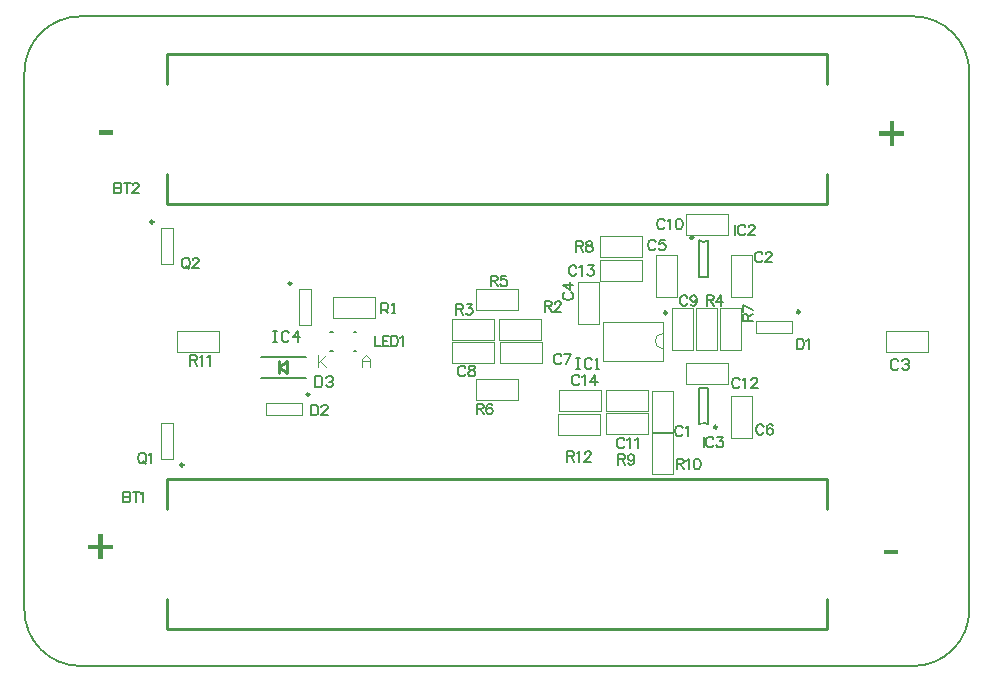
<source format=gto>
G04*
G04 #@! TF.GenerationSoftware,Altium Limited,CircuitStudio,1.5.2 (30)*
G04*
G04 Layer_Color=15065295*
%FSLAX25Y25*%
%MOIN*%
G70*
G01*
G75*
%ADD21C,0.00500*%
%ADD28C,0.00984*%
%ADD29C,0.00787*%
%ADD30C,0.00394*%
%ADD31C,0.01000*%
%ADD32C,0.00400*%
G36*
X127953Y275443D02*
X123161D01*
Y276992D01*
X127953D01*
Y275443D01*
D02*
G37*
G36*
X124527Y138832D02*
X127953D01*
Y137392D01*
X124527D01*
Y133930D01*
X123070D01*
Y137392D01*
X119644D01*
Y138832D01*
X123070D01*
Y142257D01*
X124527D01*
Y138832D01*
D02*
G37*
G36*
X388307Y276627D02*
X391732D01*
Y275187D01*
X388307D01*
Y271726D01*
X386849D01*
Y275187D01*
X383424D01*
Y276627D01*
X386849D01*
Y280052D01*
X388307D01*
Y276627D01*
D02*
G37*
G36*
X389764Y135679D02*
X384972D01*
Y137228D01*
X389764D01*
Y135679D01*
D02*
G37*
D21*
X208268Y203543D02*
X209055D01*
X200394D02*
X201181D01*
X208268Y209842D02*
X209055D01*
X200394D02*
X201181D01*
X177425Y201425D02*
X192425D01*
X177425Y194425D02*
X192425D01*
X389734Y200160D02*
X389151Y200743D01*
X387985D01*
X387402Y200160D01*
Y197827D01*
X387985Y197244D01*
X389151D01*
X389734Y197827D01*
X390900Y200160D02*
X391484Y200743D01*
X392650D01*
X393233Y200160D01*
Y199577D01*
X392650Y198994D01*
X392067D01*
X392650D01*
X393233Y198410D01*
Y197827D01*
X392650Y197244D01*
X391484D01*
X390900Y197827D01*
X193925Y185424D02*
Y181925D01*
X195675D01*
X196258Y182508D01*
Y184841D01*
X195675Y185424D01*
X193925D01*
X199757Y181925D02*
X197424D01*
X199757Y184258D01*
Y184841D01*
X199173Y185424D01*
X198007D01*
X197424Y184841D01*
X344925Y178091D02*
X344758Y178425D01*
X344425Y178758D01*
X344092Y178925D01*
X343425D01*
X343092Y178758D01*
X342758Y178425D01*
X342592Y178091D01*
X342425Y177591D01*
Y176758D01*
X342592Y176258D01*
X342758Y175925D01*
X343092Y175592D01*
X343425Y175425D01*
X344092D01*
X344425Y175592D01*
X344758Y175925D01*
X344925Y176258D01*
X347907Y178425D02*
X347741Y178758D01*
X347241Y178925D01*
X346908D01*
X346408Y178758D01*
X346074Y178258D01*
X345908Y177425D01*
Y176592D01*
X346074Y175925D01*
X346408Y175592D01*
X346908Y175425D01*
X347074D01*
X347574Y175592D01*
X347907Y175925D01*
X348074Y176425D01*
Y176592D01*
X347907Y177092D01*
X347574Y177425D01*
X347074Y177591D01*
X346908D01*
X346408Y177425D01*
X346074Y177092D01*
X345908Y176592D01*
X308925Y239591D02*
X308758Y239925D01*
X308425Y240258D01*
X308091Y240424D01*
X307425D01*
X307092Y240258D01*
X306758Y239925D01*
X306592Y239591D01*
X306425Y239091D01*
Y238258D01*
X306592Y237758D01*
X306758Y237425D01*
X307092Y237092D01*
X307425Y236925D01*
X308091D01*
X308425Y237092D01*
X308758Y237425D01*
X308925Y237758D01*
X311907Y240424D02*
X310241D01*
X310074Y238925D01*
X310241Y239091D01*
X310741Y239258D01*
X311241D01*
X311741Y239091D01*
X312074Y238758D01*
X312241Y238258D01*
Y237925D01*
X312074Y237425D01*
X311741Y237092D01*
X311241Y236925D01*
X310741D01*
X310241Y237092D01*
X310074Y237259D01*
X309908Y237592D01*
X344425Y235591D02*
X344258Y235925D01*
X343925Y236258D01*
X343591Y236424D01*
X342925D01*
X342592Y236258D01*
X342259Y235925D01*
X342092Y235591D01*
X341925Y235091D01*
Y234258D01*
X342092Y233758D01*
X342259Y233425D01*
X342592Y233092D01*
X342925Y232925D01*
X343591D01*
X343925Y233092D01*
X344258Y233425D01*
X344425Y233758D01*
X345574Y235591D02*
Y235758D01*
X345741Y236091D01*
X345908Y236258D01*
X346241Y236424D01*
X346907D01*
X347241Y236258D01*
X347407Y236091D01*
X347574Y235758D01*
Y235425D01*
X347407Y235091D01*
X347074Y234592D01*
X345408Y232925D01*
X347741D01*
X151925Y234424D02*
X151592Y234258D01*
X151259Y233925D01*
X151092Y233591D01*
X150925Y233091D01*
Y232258D01*
X151092Y231758D01*
X151259Y231425D01*
X151592Y231092D01*
X151925Y230925D01*
X152592D01*
X152925Y231092D01*
X153258Y231425D01*
X153425Y231758D01*
X153591Y232258D01*
Y233091D01*
X153425Y233591D01*
X153258Y233925D01*
X152925Y234258D01*
X152592Y234424D01*
X151925D01*
X152425Y231592D02*
X153425Y230592D01*
X154574Y233591D02*
Y233758D01*
X154741Y234091D01*
X154908Y234258D01*
X155241Y234424D01*
X155907D01*
X156241Y234258D01*
X156407Y234091D01*
X156574Y233758D01*
Y233425D01*
X156407Y233091D01*
X156074Y232592D01*
X154408Y230925D01*
X156741D01*
X137425Y169424D02*
X137092Y169258D01*
X136758Y168925D01*
X136592Y168591D01*
X136425Y168091D01*
Y167258D01*
X136592Y166758D01*
X136758Y166425D01*
X137092Y166092D01*
X137425Y165925D01*
X138092D01*
X138425Y166092D01*
X138758Y166425D01*
X138925Y166758D01*
X139091Y167258D01*
Y168091D01*
X138925Y168591D01*
X138758Y168925D01*
X138425Y169258D01*
X138092Y169424D01*
X137425D01*
X137925Y166592D02*
X138925Y165592D01*
X139908Y168758D02*
X140241Y168925D01*
X140741Y169424D01*
Y165925D01*
X325787Y221924D02*
Y218425D01*
Y221924D02*
X327287D01*
X327787Y221758D01*
X327954Y221591D01*
X328120Y221258D01*
Y220925D01*
X327954Y220591D01*
X327787Y220425D01*
X327287Y220258D01*
X325787D01*
X326954D02*
X328120Y218425D01*
X330570Y221924D02*
X328903Y219592D01*
X331403D01*
X330570Y221924D02*
Y218425D01*
X242425Y218924D02*
Y215425D01*
Y218924D02*
X243925D01*
X244425Y218758D01*
X244591Y218591D01*
X244758Y218258D01*
Y217925D01*
X244591Y217591D01*
X244425Y217425D01*
X243925Y217258D01*
X242425D01*
X243592D02*
X244758Y215425D01*
X245875Y218924D02*
X247707D01*
X246708Y217591D01*
X247207D01*
X247541Y217425D01*
X247707Y217258D01*
X247874Y216758D01*
Y216425D01*
X247707Y215925D01*
X247374Y215592D01*
X246874Y215425D01*
X246374D01*
X245875Y215592D01*
X245708Y215758D01*
X245541Y216092D01*
X319425Y221091D02*
X319258Y221425D01*
X318925Y221758D01*
X318591Y221924D01*
X317925D01*
X317592Y221758D01*
X317259Y221425D01*
X317092Y221091D01*
X316925Y220591D01*
Y219758D01*
X317092Y219258D01*
X317259Y218925D01*
X317592Y218592D01*
X317925Y218425D01*
X318591D01*
X318925Y218592D01*
X319258Y218925D01*
X319425Y219258D01*
X322574Y220758D02*
X322407Y220258D01*
X322074Y219925D01*
X321574Y219758D01*
X321408D01*
X320908Y219925D01*
X320574Y220258D01*
X320408Y220758D01*
Y220925D01*
X320574Y221425D01*
X320908Y221758D01*
X321408Y221924D01*
X321574D01*
X322074Y221758D01*
X322407Y221425D01*
X322574Y220758D01*
Y219925D01*
X322407Y219092D01*
X322074Y218592D01*
X321574Y218425D01*
X321241D01*
X320741Y218592D01*
X320574Y218925D01*
X245425Y197591D02*
X245258Y197925D01*
X244925Y198258D01*
X244591Y198424D01*
X243925D01*
X243592Y198258D01*
X243259Y197925D01*
X243092Y197591D01*
X242925Y197091D01*
Y196258D01*
X243092Y195758D01*
X243259Y195425D01*
X243592Y195092D01*
X243925Y194925D01*
X244591D01*
X244925Y195092D01*
X245258Y195425D01*
X245425Y195758D01*
X247241Y198424D02*
X246741Y198258D01*
X246574Y197925D01*
Y197591D01*
X246741Y197258D01*
X247074Y197091D01*
X247741Y196925D01*
X248241Y196758D01*
X248574Y196425D01*
X248741Y196092D01*
Y195592D01*
X248574Y195258D01*
X248407Y195092D01*
X247907Y194925D01*
X247241D01*
X246741Y195092D01*
X246574Y195258D01*
X246408Y195592D01*
Y196092D01*
X246574Y196425D01*
X246908Y196758D01*
X247408Y196925D01*
X248074Y197091D01*
X248407Y197258D01*
X248574Y197591D01*
Y197925D01*
X248407Y198258D01*
X247907Y198424D01*
X247241D01*
X271925Y219924D02*
Y216425D01*
Y219924D02*
X273425D01*
X273925Y219758D01*
X274091Y219591D01*
X274258Y219258D01*
Y218925D01*
X274091Y218591D01*
X273925Y218425D01*
X273425Y218258D01*
X271925D01*
X273092D02*
X274258Y216425D01*
X275208Y219091D02*
Y219258D01*
X275375Y219591D01*
X275541Y219758D01*
X275874Y219924D01*
X276541D01*
X276874Y219758D01*
X277041Y219591D01*
X277207Y219258D01*
Y218925D01*
X277041Y218591D01*
X276708Y218092D01*
X275041Y216425D01*
X277374D01*
X277425Y201591D02*
X277258Y201925D01*
X276925Y202258D01*
X276591Y202425D01*
X275925D01*
X275592Y202258D01*
X275258Y201925D01*
X275092Y201591D01*
X274925Y201091D01*
Y200258D01*
X275092Y199758D01*
X275258Y199425D01*
X275592Y199092D01*
X275925Y198925D01*
X276591D01*
X276925Y199092D01*
X277258Y199425D01*
X277425Y199758D01*
X280741Y202425D02*
X279074Y198925D01*
X278408Y202425D02*
X280741D01*
X278759Y222925D02*
X278426Y222758D01*
X278093Y222425D01*
X277926Y222092D01*
Y221425D01*
X278093Y221092D01*
X278426Y220759D01*
X278759Y220592D01*
X279259Y220425D01*
X280092D01*
X280592Y220592D01*
X280925Y220759D01*
X281259Y221092D01*
X281425Y221425D01*
Y222092D01*
X281259Y222425D01*
X280925Y222758D01*
X280592Y222925D01*
X277926Y225574D02*
X280259Y223908D01*
Y226407D01*
X277926Y225574D02*
X281425D01*
X317925Y177591D02*
X317758Y177925D01*
X317425Y178258D01*
X317091Y178425D01*
X316425D01*
X316092Y178258D01*
X315758Y177925D01*
X315592Y177591D01*
X315425Y177091D01*
Y176258D01*
X315592Y175758D01*
X315758Y175425D01*
X316092Y175092D01*
X316425Y174925D01*
X317091D01*
X317425Y175092D01*
X317758Y175425D01*
X317925Y175758D01*
X318908Y177758D02*
X319241Y177925D01*
X319741Y178425D01*
Y174925D01*
X128425Y259424D02*
Y255925D01*
Y259424D02*
X129925D01*
X130425Y259258D01*
X130591Y259091D01*
X130758Y258758D01*
Y258425D01*
X130591Y258091D01*
X130425Y257925D01*
X129925Y257758D01*
X128425D02*
X129925D01*
X130425Y257592D01*
X130591Y257425D01*
X130758Y257092D01*
Y256592D01*
X130591Y256259D01*
X130425Y256092D01*
X129925Y255925D01*
X128425D01*
X132708Y259424D02*
Y255925D01*
X131541Y259424D02*
X133874D01*
X134457Y258591D02*
Y258758D01*
X134624Y259091D01*
X134791Y259258D01*
X135124Y259424D01*
X135790D01*
X136124Y259258D01*
X136290Y259091D01*
X136457Y258758D01*
Y258425D01*
X136290Y258091D01*
X135957Y257592D01*
X134291Y255925D01*
X136623D01*
X131405Y156424D02*
Y152925D01*
Y156424D02*
X132905D01*
X133405Y156258D01*
X133572Y156091D01*
X133738Y155758D01*
Y155425D01*
X133572Y155091D01*
X133405Y154925D01*
X132905Y154758D01*
X131405D02*
X132905D01*
X133405Y154592D01*
X133572Y154425D01*
X133738Y154092D01*
Y153592D01*
X133572Y153259D01*
X133405Y153092D01*
X132905Y152925D01*
X131405D01*
X135688Y156424D02*
Y152925D01*
X134521Y156424D02*
X136854D01*
X137271Y155758D02*
X137604Y155925D01*
X138104Y156424D01*
Y152925D01*
X215425Y208424D02*
Y204925D01*
X217425D01*
X219974Y208424D02*
X217808D01*
Y204925D01*
X219974D01*
X217808Y206758D02*
X219141D01*
X220557Y208424D02*
Y204925D01*
Y208424D02*
X221724D01*
X222224Y208258D01*
X222557Y207925D01*
X222724Y207591D01*
X222890Y207091D01*
Y206258D01*
X222724Y205758D01*
X222557Y205425D01*
X222224Y205092D01*
X221724Y204925D01*
X220557D01*
X223673Y207758D02*
X224007Y207925D01*
X224507Y208424D01*
Y204925D01*
X336925Y193591D02*
X336758Y193925D01*
X336425Y194258D01*
X336091Y194424D01*
X335425D01*
X335092Y194258D01*
X334758Y193925D01*
X334592Y193591D01*
X334425Y193091D01*
Y192258D01*
X334592Y191758D01*
X334758Y191425D01*
X335092Y191092D01*
X335425Y190925D01*
X336091D01*
X336425Y191092D01*
X336758Y191425D01*
X336925Y191758D01*
X337908Y193758D02*
X338241Y193925D01*
X338741Y194424D01*
Y190925D01*
X340640Y193591D02*
Y193758D01*
X340807Y194091D01*
X340974Y194258D01*
X341307Y194424D01*
X341974D01*
X342307Y194258D01*
X342474Y194091D01*
X342640Y193758D01*
Y193425D01*
X342474Y193091D01*
X342140Y192592D01*
X340474Y190925D01*
X342807D01*
X311925Y246591D02*
X311758Y246925D01*
X311425Y247258D01*
X311091Y247424D01*
X310425D01*
X310092Y247258D01*
X309758Y246925D01*
X309592Y246591D01*
X309425Y246091D01*
Y245258D01*
X309592Y244758D01*
X309758Y244425D01*
X310092Y244092D01*
X310425Y243925D01*
X311091D01*
X311425Y244092D01*
X311758Y244425D01*
X311925Y244758D01*
X312908Y246758D02*
X313241Y246925D01*
X313741Y247424D01*
Y243925D01*
X316474Y247424D02*
X315974Y247258D01*
X315640Y246758D01*
X315474Y245925D01*
Y245425D01*
X315640Y244592D01*
X315974Y244092D01*
X316474Y243925D01*
X316807D01*
X317307Y244092D01*
X317640Y244592D01*
X317807Y245425D01*
Y245925D01*
X317640Y246758D01*
X317307Y247258D01*
X316807Y247424D01*
X316474D01*
X283425Y194591D02*
X283258Y194925D01*
X282925Y195258D01*
X282592Y195424D01*
X281925D01*
X281592Y195258D01*
X281259Y194925D01*
X281092Y194591D01*
X280925Y194091D01*
Y193258D01*
X281092Y192758D01*
X281259Y192425D01*
X281592Y192092D01*
X281925Y191925D01*
X282592D01*
X282925Y192092D01*
X283258Y192425D01*
X283425Y192758D01*
X284408Y194758D02*
X284741Y194925D01*
X285241Y195424D01*
Y191925D01*
X288640Y195424D02*
X286974Y193092D01*
X289473D01*
X288640Y195424D02*
Y191925D01*
X282425Y231091D02*
X282258Y231425D01*
X281925Y231758D01*
X281592Y231924D01*
X280925D01*
X280592Y231758D01*
X280258Y231425D01*
X280092Y231091D01*
X279925Y230591D01*
Y229758D01*
X280092Y229258D01*
X280258Y228925D01*
X280592Y228592D01*
X280925Y228425D01*
X281592D01*
X281925Y228592D01*
X282258Y228925D01*
X282425Y229258D01*
X283408Y231258D02*
X283741Y231425D01*
X284241Y231924D01*
Y228425D01*
X286307Y231924D02*
X288140D01*
X287140Y230591D01*
X287640D01*
X287973Y230425D01*
X288140Y230258D01*
X288307Y229758D01*
Y229425D01*
X288140Y228925D01*
X287807Y228592D01*
X287307Y228425D01*
X286807D01*
X286307Y228592D01*
X286140Y228759D01*
X285974Y229092D01*
X324803Y174759D02*
Y171260D01*
X328036Y173926D02*
X327869Y174259D01*
X327536Y174592D01*
X327203Y174759D01*
X326536D01*
X326203Y174592D01*
X325870Y174259D01*
X325703Y173926D01*
X325536Y173426D01*
Y172593D01*
X325703Y172093D01*
X325870Y171760D01*
X326203Y171426D01*
X326536Y171260D01*
X327203D01*
X327536Y171426D01*
X327869Y171760D01*
X328036Y172093D01*
X329352Y174759D02*
X331185D01*
X330185Y173426D01*
X330685D01*
X331018Y173259D01*
X331185Y173093D01*
X331352Y172593D01*
Y172260D01*
X331185Y171760D01*
X330852Y171426D01*
X330352Y171260D01*
X329852D01*
X329352Y171426D01*
X329186Y171593D01*
X329019Y171926D01*
X335425Y245424D02*
Y241925D01*
X338658Y244591D02*
X338491Y244925D01*
X338158Y245258D01*
X337825Y245424D01*
X337158D01*
X336825Y245258D01*
X336492Y244925D01*
X336325Y244591D01*
X336158Y244091D01*
Y243258D01*
X336325Y242758D01*
X336492Y242425D01*
X336825Y242092D01*
X337158Y241925D01*
X337825D01*
X338158Y242092D01*
X338491Y242425D01*
X338658Y242758D01*
X339808Y244591D02*
Y244758D01*
X339974Y245091D01*
X340141Y245258D01*
X340474Y245424D01*
X341141D01*
X341474Y245258D01*
X341640Y245091D01*
X341807Y244758D01*
Y244425D01*
X341640Y244091D01*
X341307Y243591D01*
X339641Y241925D01*
X341974D01*
X315925Y167424D02*
Y163925D01*
Y167424D02*
X317425D01*
X317925Y167258D01*
X318091Y167091D01*
X318258Y166758D01*
Y166425D01*
X318091Y166091D01*
X317925Y165925D01*
X317425Y165758D01*
X315925D01*
X317092D02*
X318258Y163925D01*
X319041Y166758D02*
X319374Y166925D01*
X319874Y167424D01*
Y163925D01*
X322607Y167424D02*
X322107Y167258D01*
X321774Y166758D01*
X321607Y165925D01*
Y165425D01*
X321774Y164592D01*
X322107Y164092D01*
X322607Y163925D01*
X322940D01*
X323440Y164092D01*
X323774Y164592D01*
X323940Y165425D01*
Y165925D01*
X323774Y166758D01*
X323440Y167258D01*
X322940Y167424D01*
X322607D01*
X279425Y169924D02*
Y166425D01*
Y169924D02*
X280925D01*
X281425Y169758D01*
X281591Y169591D01*
X281758Y169258D01*
Y168925D01*
X281591Y168591D01*
X281425Y168425D01*
X280925Y168258D01*
X279425D01*
X280592D02*
X281758Y166425D01*
X282541Y169258D02*
X282874Y169425D01*
X283374Y169924D01*
Y166425D01*
X285274Y169091D02*
Y169258D01*
X285441Y169591D01*
X285607Y169758D01*
X285941Y169924D01*
X286607D01*
X286940Y169758D01*
X287107Y169591D01*
X287274Y169258D01*
Y168925D01*
X287107Y168591D01*
X286774Y168091D01*
X285107Y166425D01*
X287440D01*
X337926Y213425D02*
X341425D01*
X337926D02*
Y214925D01*
X338093Y215425D01*
X338259Y215591D01*
X338593Y215758D01*
X338926D01*
X339259Y215591D01*
X339426Y215425D01*
X339592Y214925D01*
Y213425D01*
Y214592D02*
X341425Y215758D01*
X337926Y218874D02*
X341425Y217208D01*
X337926Y216541D02*
Y218874D01*
X282425Y239924D02*
Y236425D01*
Y239924D02*
X283925D01*
X284425Y239758D01*
X284591Y239591D01*
X284758Y239258D01*
Y238925D01*
X284591Y238591D01*
X284425Y238425D01*
X283925Y238258D01*
X282425D01*
X283592D02*
X284758Y236425D01*
X286374Y239924D02*
X285875Y239758D01*
X285708Y239425D01*
Y239091D01*
X285875Y238758D01*
X286208Y238591D01*
X286874Y238425D01*
X287374Y238258D01*
X287707Y237925D01*
X287874Y237592D01*
Y237092D01*
X287707Y236758D01*
X287541Y236592D01*
X287041Y236425D01*
X286374D01*
X285875Y236592D01*
X285708Y236758D01*
X285541Y237092D01*
Y237592D01*
X285708Y237925D01*
X286041Y238258D01*
X286541Y238425D01*
X287208Y238591D01*
X287541Y238758D01*
X287707Y239091D01*
Y239425D01*
X287541Y239758D01*
X287041Y239924D01*
X286374D01*
X298425Y173591D02*
X298258Y173925D01*
X297925Y174258D01*
X297591Y174425D01*
X296925D01*
X296592Y174258D01*
X296258Y173925D01*
X296092Y173591D01*
X295925Y173091D01*
Y172258D01*
X296092Y171758D01*
X296258Y171425D01*
X296592Y171092D01*
X296925Y170925D01*
X297591D01*
X297925Y171092D01*
X298258Y171425D01*
X298425Y171758D01*
X299408Y173758D02*
X299741Y173925D01*
X300241Y174425D01*
Y170925D01*
X301974Y173758D02*
X302307Y173925D01*
X302807Y174425D01*
Y170925D01*
X355925Y207424D02*
Y203925D01*
Y207424D02*
X357092D01*
X357592Y207258D01*
X357925Y206925D01*
X358091Y206591D01*
X358258Y206091D01*
Y205258D01*
X358091Y204758D01*
X357925Y204425D01*
X357592Y204092D01*
X357092Y203925D01*
X355925D01*
X359041Y206758D02*
X359374Y206925D01*
X359874Y207424D01*
Y203925D01*
X249262Y185782D02*
Y182283D01*
Y185782D02*
X250762D01*
X251261Y185615D01*
X251428Y185449D01*
X251595Y185115D01*
Y184782D01*
X251428Y184449D01*
X251261Y184282D01*
X250762Y184116D01*
X249262D01*
X250428D02*
X251595Y182283D01*
X254378Y185282D02*
X254211Y185615D01*
X253711Y185782D01*
X253378D01*
X252878Y185615D01*
X252545Y185115D01*
X252378Y184282D01*
Y183449D01*
X252545Y182782D01*
X252878Y182449D01*
X253378Y182283D01*
X253544D01*
X254044Y182449D01*
X254378Y182782D01*
X254544Y183282D01*
Y183449D01*
X254378Y183949D01*
X254044Y184282D01*
X253544Y184449D01*
X253378D01*
X252878Y184282D01*
X252545Y183949D01*
X252378Y183449D01*
X296425Y168924D02*
Y165425D01*
Y168924D02*
X297925D01*
X298425Y168758D01*
X298591Y168591D01*
X298758Y168258D01*
Y167925D01*
X298591Y167591D01*
X298425Y167425D01*
X297925Y167258D01*
X296425D01*
X297592D02*
X298758Y165425D01*
X301707Y167758D02*
X301541Y167258D01*
X301207Y166925D01*
X300708Y166758D01*
X300541D01*
X300041Y166925D01*
X299708Y167258D01*
X299541Y167758D01*
Y167925D01*
X299708Y168425D01*
X300041Y168758D01*
X300541Y168924D01*
X300708D01*
X301207Y168758D01*
X301541Y168425D01*
X301707Y167758D01*
Y166925D01*
X301541Y166092D01*
X301207Y165592D01*
X300708Y165425D01*
X300374D01*
X299874Y165592D01*
X299708Y165925D01*
X253925Y228424D02*
Y224925D01*
Y228424D02*
X255425D01*
X255925Y228258D01*
X256091Y228091D01*
X256258Y227758D01*
Y227425D01*
X256091Y227091D01*
X255925Y226925D01*
X255425Y226758D01*
X253925D01*
X255092D02*
X256258Y224925D01*
X259041Y228424D02*
X257375D01*
X257208Y226925D01*
X257375Y227091D01*
X257874Y227258D01*
X258374D01*
X258874Y227091D01*
X259207Y226758D01*
X259374Y226258D01*
Y225925D01*
X259207Y225425D01*
X258874Y225092D01*
X258374Y224925D01*
X257874D01*
X257375Y225092D01*
X257208Y225258D01*
X257041Y225592D01*
X153767Y201924D02*
Y198425D01*
Y201924D02*
X155267D01*
X155767Y201758D01*
X155933Y201591D01*
X156100Y201258D01*
Y200925D01*
X155933Y200591D01*
X155767Y200425D01*
X155267Y200258D01*
X153767D01*
X154933D02*
X156100Y198425D01*
X156883Y201258D02*
X157216Y201425D01*
X157716Y201924D01*
Y198425D01*
X159449Y201258D02*
X159782Y201425D01*
X160282Y201924D01*
Y198425D01*
X181425Y209924D02*
X182591D01*
X182008D01*
Y206425D01*
X181425D01*
X182591D01*
X186673Y209341D02*
X186090Y209924D01*
X184924D01*
X184341Y209341D01*
Y207008D01*
X184924Y206425D01*
X186090D01*
X186673Y207008D01*
X189589Y206425D02*
Y209924D01*
X187840Y208175D01*
X190172D01*
X195425Y194924D02*
Y191425D01*
X197175D01*
X197758Y192008D01*
Y194341D01*
X197175Y194924D01*
X195425D01*
X198924Y194341D02*
X199507Y194924D01*
X200674D01*
X201257Y194341D01*
Y193758D01*
X200674Y193175D01*
X200090D01*
X200674D01*
X201257Y192592D01*
Y192008D01*
X200674Y191425D01*
X199507D01*
X198924Y192008D01*
X282425Y200924D02*
X283592D01*
X283008D01*
Y197425D01*
X282425D01*
X283592D01*
X287673Y200341D02*
X287090Y200924D01*
X285924D01*
X285341Y200341D01*
Y198008D01*
X285924Y197425D01*
X287090D01*
X287673Y198008D01*
X288840Y197425D02*
X290006D01*
X289423D01*
Y200924D01*
X288840Y200341D01*
X217425Y215925D02*
Y219424D01*
X219175D01*
X219758Y218841D01*
Y217675D01*
X219175Y217091D01*
X217425D01*
X218591D02*
X219758Y215925D01*
X220924D02*
X222090D01*
X221507D01*
Y219424D01*
X220924Y218841D01*
X117126Y314961D02*
G03*
X98425Y296260I0J-18701D01*
G01*
X413386D02*
G03*
X394685Y314961I-18701J0D01*
G01*
Y98425D02*
G03*
X413386Y117126I0J18701D01*
G01*
X98425D02*
G03*
X117126Y98425I18701J0D01*
G01*
X98425Y117126D02*
Y296260D01*
X117126Y98425D02*
X394685D01*
X117126Y314961D02*
X394685D01*
X413386Y117126D02*
Y296260D01*
D28*
X321295Y241252D02*
G03*
X321295Y241252I-492J0D01*
G01*
X329295Y178039D02*
G03*
X329295Y178039I-492J0D01*
G01*
X312520Y216142D02*
G03*
X312520Y216142I-492J0D01*
G01*
X187417Y225925D02*
G03*
X187417Y225925I-492J0D01*
G01*
X356917Y216425D02*
G03*
X356917Y216425I-492J0D01*
G01*
X151417Y165425D02*
G03*
X151417Y165425I-492J0D01*
G01*
X141417Y246425D02*
G03*
X141417Y246425I-492J0D01*
G01*
X193417Y188925D02*
G03*
X193417Y188925I-492J0D01*
G01*
D29*
X323303Y240354D02*
G03*
X326303Y240354I1500J1500D01*
G01*
Y178937D02*
G03*
X323303Y178937I-1500J-1500D01*
G01*
X326303Y228150D02*
Y240354D01*
X323303Y228150D02*
Y240354D01*
Y228150D02*
X326303D01*
X323303Y191142D02*
X326303D01*
Y178937D02*
Y191142D01*
X323303Y178937D02*
Y191142D01*
D30*
X311181Y209193D02*
G03*
X311181Y204193I0J-2500D01*
G01*
X292213Y190508D02*
X306213D01*
Y183508D02*
Y190508D01*
X292213Y183508D02*
X306213D01*
X292213D02*
Y190508D01*
X304244Y226815D02*
Y233815D01*
X290244D02*
X304244D01*
X290244Y226815D02*
Y233815D01*
Y226815D02*
X304244D01*
X276496Y190539D02*
X290496D01*
Y183539D02*
Y190539D01*
X276496Y183539D02*
X290496D01*
X276496D02*
Y190539D01*
X332925Y241925D02*
Y248925D01*
X318925D02*
X332925D01*
X318925Y241925D02*
Y248925D01*
Y241925D02*
X332925D01*
X318925Y199425D02*
X332925D01*
Y192425D02*
Y199425D01*
X318925Y192425D02*
X332925D01*
X318925D02*
Y199425D01*
X307524Y176071D02*
X314524D01*
Y190071D01*
X307524D02*
X314524D01*
X307524Y176071D02*
Y190071D01*
X289925Y212425D02*
Y226425D01*
X282925Y212425D02*
X289925D01*
X282925D02*
Y226425D01*
X289925D01*
X270825Y199325D02*
Y206325D01*
X256825D02*
X270825D01*
X256825Y199325D02*
Y206325D01*
Y199325D02*
X270825D01*
X241032Y199256D02*
X255031D01*
X241032D02*
Y206256D01*
X255031D01*
Y199256D02*
Y206256D01*
X314413Y203630D02*
X321413D01*
Y217630D01*
X314413D02*
X321413D01*
X314413Y203630D02*
Y217630D01*
X333925Y221425D02*
Y235425D01*
X340925D01*
Y221425D02*
Y235425D01*
X333925Y221425D02*
X340925D01*
X308925Y235425D02*
X315925D01*
X308925Y221425D02*
Y235425D01*
Y221425D02*
X315925D01*
Y235425D01*
X340925Y174299D02*
Y188299D01*
X333925Y174299D02*
X340925D01*
X333925D02*
Y188299D01*
X340925D01*
X385520Y203193D02*
Y210193D01*
Y203193D02*
X399520D01*
Y210193D01*
X385520D02*
X399520D01*
X149267Y203193D02*
X163267D01*
X149267D02*
Y210193D01*
X163267D01*
Y203193D02*
Y210193D01*
X248925Y216925D02*
Y223925D01*
Y216925D02*
X262925D01*
Y223925D01*
X248925D02*
X262925D01*
X292213Y182634D02*
X306213D01*
Y175634D02*
Y182634D01*
X292213Y175634D02*
X306213D01*
X292213D02*
Y182634D01*
X248925Y186925D02*
Y193925D01*
Y186925D02*
X262925D01*
Y193925D01*
X248925D02*
X262925D01*
X290244Y234689D02*
X304244D01*
X290244D02*
Y241689D01*
X304244D01*
Y234689D02*
Y241689D01*
X330161Y203630D02*
X337161D01*
Y217630D01*
X330161D02*
X337161D01*
X330161Y203630D02*
Y217630D01*
X276425Y182425D02*
X290425D01*
Y175425D02*
Y182425D01*
X276425Y175425D02*
X290425D01*
X276425D02*
Y182425D01*
X307524Y162291D02*
X314524D01*
Y176291D01*
X307524D02*
X314524D01*
X307524Y162291D02*
Y176291D01*
X270779Y207130D02*
Y214130D01*
X256780D02*
X270779D01*
X256780Y207130D02*
Y214130D01*
Y207130D02*
X270779D01*
X241032D02*
X255031D01*
X241032D02*
Y214130D01*
X255031D01*
Y207130D02*
Y214130D01*
X322287Y203630D02*
X329287D01*
Y217630D01*
X322287D02*
X329287D01*
X322287Y203630D02*
Y217630D01*
X311181Y200193D02*
Y213193D01*
X291181Y200193D02*
X311181D01*
X291181D02*
Y213193D01*
X311181D01*
X215425Y214425D02*
Y221425D01*
X201425D02*
X215425D01*
X201425Y214425D02*
Y221425D01*
Y214425D02*
X215425D01*
X189925Y223925D02*
X193925D01*
Y211925D02*
Y223925D01*
X189925Y211925D02*
X193925D01*
X189925D02*
Y223925D01*
X342425Y213425D02*
X354425D01*
X342425Y209425D02*
Y213425D01*
Y209425D02*
X354425D01*
Y213425D01*
X143925Y167425D02*
X147925D01*
X143925D02*
Y179425D01*
X147925D01*
Y167425D02*
Y179425D01*
X143925Y232425D02*
Y244425D01*
Y232425D02*
X147925D01*
Y244425D01*
X143925D02*
X147925D01*
X190925Y181925D02*
Y185925D01*
X178925Y181925D02*
X190925D01*
X178925D02*
Y185925D01*
X190925D01*
D31*
X145905Y150827D02*
Y160827D01*
X365905D01*
Y150827D02*
Y160827D01*
Y110827D02*
Y120827D01*
X145905Y110827D02*
X365905D01*
X145905D02*
Y120827D01*
X365905Y292559D02*
Y302559D01*
X145905D02*
X365905D01*
X145905Y292559D02*
Y302559D01*
Y252559D02*
Y262559D01*
Y252559D02*
X365905D01*
Y262559D01*
X183425Y197925D02*
X185925Y199925D01*
Y195925D02*
Y199925D01*
X183425Y197925D02*
X185925Y195925D01*
X183425D02*
Y199925D01*
D32*
X196425Y201924D02*
Y197925D01*
Y199258D01*
X199091Y201924D01*
X197092Y199925D01*
X199091Y197925D01*
X210925D02*
Y200591D01*
X212258Y201924D01*
X213591Y200591D01*
Y197925D01*
Y199925D01*
X210925D01*
M02*

</source>
